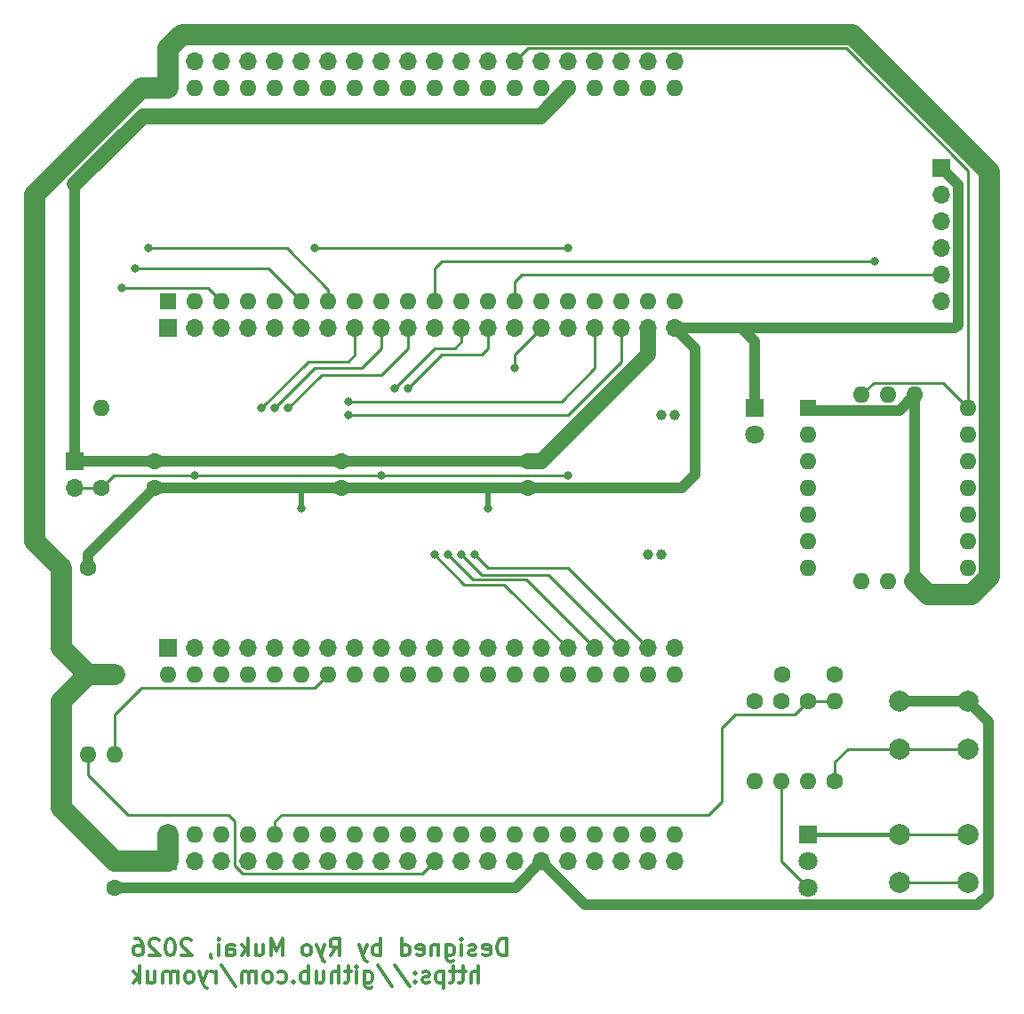
<source format=gbr>
%TF.GenerationSoftware,KiCad,Pcbnew,9.0.6*%
%TF.CreationDate,2026-01-12T10:04:11+09:00*%
%TF.ProjectId,TangNano6100MEM,54616e67-4e61-46e6-9f36-3130304d454d,rev?*%
%TF.SameCoordinates,Original*%
%TF.FileFunction,Copper,L2,Bot*%
%TF.FilePolarity,Positive*%
%FSLAX46Y46*%
G04 Gerber Fmt 4.6, Leading zero omitted, Abs format (unit mm)*
G04 Created by KiCad (PCBNEW 9.0.6) date 2026-01-12 10:04:11*
%MOMM*%
%LPD*%
G01*
G04 APERTURE LIST*
%ADD10C,0.300000*%
%TA.AperFunction,NonConductor*%
%ADD11C,0.300000*%
%TD*%
%TA.AperFunction,ComponentPad*%
%ADD12C,1.600000*%
%TD*%
%TA.AperFunction,ComponentPad*%
%ADD13O,1.600000X1.600000*%
%TD*%
%TA.AperFunction,ComponentPad*%
%ADD14R,1.800000X1.800000*%
%TD*%
%TA.AperFunction,ComponentPad*%
%ADD15C,1.800000*%
%TD*%
%TA.AperFunction,ComponentPad*%
%ADD16R,1.700000X1.700000*%
%TD*%
%TA.AperFunction,ComponentPad*%
%ADD17O,1.700000X1.700000*%
%TD*%
%TA.AperFunction,ComponentPad*%
%ADD18R,1.600000X1.600000*%
%TD*%
%TA.AperFunction,ComponentPad*%
%ADD19C,2.000000*%
%TD*%
%TA.AperFunction,ComponentPad*%
%ADD20C,1.000000*%
%TD*%
%TA.AperFunction,ViaPad*%
%ADD21C,0.800000*%
%TD*%
%TA.AperFunction,Conductor*%
%ADD22C,1.000000*%
%TD*%
%TA.AperFunction,Conductor*%
%ADD23C,0.500000*%
%TD*%
%TA.AperFunction,Conductor*%
%ADD24C,2.000000*%
%TD*%
%TA.AperFunction,Conductor*%
%ADD25C,0.250000*%
%TD*%
%TA.AperFunction,Conductor*%
%ADD26C,1.500000*%
%TD*%
%TA.AperFunction,Conductor*%
%ADD27C,0.400000*%
%TD*%
G04 APERTURE END LIST*
D10*
D11*
X47436896Y-90241635D02*
X47436896Y-88641635D01*
X47436896Y-88641635D02*
X47055944Y-88641635D01*
X47055944Y-88641635D02*
X46827372Y-88717825D01*
X46827372Y-88717825D02*
X46674991Y-88870206D01*
X46674991Y-88870206D02*
X46598801Y-89022587D01*
X46598801Y-89022587D02*
X46522610Y-89327349D01*
X46522610Y-89327349D02*
X46522610Y-89555921D01*
X46522610Y-89555921D02*
X46598801Y-89860683D01*
X46598801Y-89860683D02*
X46674991Y-90013064D01*
X46674991Y-90013064D02*
X46827372Y-90165445D01*
X46827372Y-90165445D02*
X47055944Y-90241635D01*
X47055944Y-90241635D02*
X47436896Y-90241635D01*
X45227372Y-90165445D02*
X45379753Y-90241635D01*
X45379753Y-90241635D02*
X45684515Y-90241635D01*
X45684515Y-90241635D02*
X45836896Y-90165445D01*
X45836896Y-90165445D02*
X45913087Y-90013064D01*
X45913087Y-90013064D02*
X45913087Y-89403540D01*
X45913087Y-89403540D02*
X45836896Y-89251159D01*
X45836896Y-89251159D02*
X45684515Y-89174968D01*
X45684515Y-89174968D02*
X45379753Y-89174968D01*
X45379753Y-89174968D02*
X45227372Y-89251159D01*
X45227372Y-89251159D02*
X45151182Y-89403540D01*
X45151182Y-89403540D02*
X45151182Y-89555921D01*
X45151182Y-89555921D02*
X45913087Y-89708302D01*
X44541658Y-90165445D02*
X44389277Y-90241635D01*
X44389277Y-90241635D02*
X44084515Y-90241635D01*
X44084515Y-90241635D02*
X43932134Y-90165445D01*
X43932134Y-90165445D02*
X43855943Y-90013064D01*
X43855943Y-90013064D02*
X43855943Y-89936873D01*
X43855943Y-89936873D02*
X43932134Y-89784492D01*
X43932134Y-89784492D02*
X44084515Y-89708302D01*
X44084515Y-89708302D02*
X44313086Y-89708302D01*
X44313086Y-89708302D02*
X44465467Y-89632111D01*
X44465467Y-89632111D02*
X44541658Y-89479730D01*
X44541658Y-89479730D02*
X44541658Y-89403540D01*
X44541658Y-89403540D02*
X44465467Y-89251159D01*
X44465467Y-89251159D02*
X44313086Y-89174968D01*
X44313086Y-89174968D02*
X44084515Y-89174968D01*
X44084515Y-89174968D02*
X43932134Y-89251159D01*
X43170229Y-90241635D02*
X43170229Y-89174968D01*
X43170229Y-88641635D02*
X43246420Y-88717825D01*
X43246420Y-88717825D02*
X43170229Y-88794016D01*
X43170229Y-88794016D02*
X43094039Y-88717825D01*
X43094039Y-88717825D02*
X43170229Y-88641635D01*
X43170229Y-88641635D02*
X43170229Y-88794016D01*
X41722610Y-89174968D02*
X41722610Y-90470206D01*
X41722610Y-90470206D02*
X41798800Y-90622587D01*
X41798800Y-90622587D02*
X41874991Y-90698778D01*
X41874991Y-90698778D02*
X42027372Y-90774968D01*
X42027372Y-90774968D02*
X42255943Y-90774968D01*
X42255943Y-90774968D02*
X42408324Y-90698778D01*
X41722610Y-90165445D02*
X41874991Y-90241635D01*
X41874991Y-90241635D02*
X42179753Y-90241635D01*
X42179753Y-90241635D02*
X42332134Y-90165445D01*
X42332134Y-90165445D02*
X42408324Y-90089254D01*
X42408324Y-90089254D02*
X42484515Y-89936873D01*
X42484515Y-89936873D02*
X42484515Y-89479730D01*
X42484515Y-89479730D02*
X42408324Y-89327349D01*
X42408324Y-89327349D02*
X42332134Y-89251159D01*
X42332134Y-89251159D02*
X42179753Y-89174968D01*
X42179753Y-89174968D02*
X41874991Y-89174968D01*
X41874991Y-89174968D02*
X41722610Y-89251159D01*
X40960705Y-89174968D02*
X40960705Y-90241635D01*
X40960705Y-89327349D02*
X40884515Y-89251159D01*
X40884515Y-89251159D02*
X40732134Y-89174968D01*
X40732134Y-89174968D02*
X40503562Y-89174968D01*
X40503562Y-89174968D02*
X40351181Y-89251159D01*
X40351181Y-89251159D02*
X40274991Y-89403540D01*
X40274991Y-89403540D02*
X40274991Y-90241635D01*
X38903562Y-90165445D02*
X39055943Y-90241635D01*
X39055943Y-90241635D02*
X39360705Y-90241635D01*
X39360705Y-90241635D02*
X39513086Y-90165445D01*
X39513086Y-90165445D02*
X39589277Y-90013064D01*
X39589277Y-90013064D02*
X39589277Y-89403540D01*
X39589277Y-89403540D02*
X39513086Y-89251159D01*
X39513086Y-89251159D02*
X39360705Y-89174968D01*
X39360705Y-89174968D02*
X39055943Y-89174968D01*
X39055943Y-89174968D02*
X38903562Y-89251159D01*
X38903562Y-89251159D02*
X38827372Y-89403540D01*
X38827372Y-89403540D02*
X38827372Y-89555921D01*
X38827372Y-89555921D02*
X39589277Y-89708302D01*
X37455943Y-90241635D02*
X37455943Y-88641635D01*
X37455943Y-90165445D02*
X37608324Y-90241635D01*
X37608324Y-90241635D02*
X37913086Y-90241635D01*
X37913086Y-90241635D02*
X38065467Y-90165445D01*
X38065467Y-90165445D02*
X38141657Y-90089254D01*
X38141657Y-90089254D02*
X38217848Y-89936873D01*
X38217848Y-89936873D02*
X38217848Y-89479730D01*
X38217848Y-89479730D02*
X38141657Y-89327349D01*
X38141657Y-89327349D02*
X38065467Y-89251159D01*
X38065467Y-89251159D02*
X37913086Y-89174968D01*
X37913086Y-89174968D02*
X37608324Y-89174968D01*
X37608324Y-89174968D02*
X37455943Y-89251159D01*
X35474990Y-90241635D02*
X35474990Y-88641635D01*
X35474990Y-89251159D02*
X35322609Y-89174968D01*
X35322609Y-89174968D02*
X35017847Y-89174968D01*
X35017847Y-89174968D02*
X34865466Y-89251159D01*
X34865466Y-89251159D02*
X34789276Y-89327349D01*
X34789276Y-89327349D02*
X34713085Y-89479730D01*
X34713085Y-89479730D02*
X34713085Y-89936873D01*
X34713085Y-89936873D02*
X34789276Y-90089254D01*
X34789276Y-90089254D02*
X34865466Y-90165445D01*
X34865466Y-90165445D02*
X35017847Y-90241635D01*
X35017847Y-90241635D02*
X35322609Y-90241635D01*
X35322609Y-90241635D02*
X35474990Y-90165445D01*
X34179752Y-89174968D02*
X33798800Y-90241635D01*
X33417847Y-89174968D02*
X33798800Y-90241635D01*
X33798800Y-90241635D02*
X33951181Y-90622587D01*
X33951181Y-90622587D02*
X34027371Y-90698778D01*
X34027371Y-90698778D02*
X34179752Y-90774968D01*
X30674989Y-90241635D02*
X31208323Y-89479730D01*
X31589275Y-90241635D02*
X31589275Y-88641635D01*
X31589275Y-88641635D02*
X30979751Y-88641635D01*
X30979751Y-88641635D02*
X30827370Y-88717825D01*
X30827370Y-88717825D02*
X30751180Y-88794016D01*
X30751180Y-88794016D02*
X30674989Y-88946397D01*
X30674989Y-88946397D02*
X30674989Y-89174968D01*
X30674989Y-89174968D02*
X30751180Y-89327349D01*
X30751180Y-89327349D02*
X30827370Y-89403540D01*
X30827370Y-89403540D02*
X30979751Y-89479730D01*
X30979751Y-89479730D02*
X31589275Y-89479730D01*
X30141656Y-89174968D02*
X29760704Y-90241635D01*
X29379751Y-89174968D02*
X29760704Y-90241635D01*
X29760704Y-90241635D02*
X29913085Y-90622587D01*
X29913085Y-90622587D02*
X29989275Y-90698778D01*
X29989275Y-90698778D02*
X30141656Y-90774968D01*
X28541656Y-90241635D02*
X28694037Y-90165445D01*
X28694037Y-90165445D02*
X28770227Y-90089254D01*
X28770227Y-90089254D02*
X28846418Y-89936873D01*
X28846418Y-89936873D02*
X28846418Y-89479730D01*
X28846418Y-89479730D02*
X28770227Y-89327349D01*
X28770227Y-89327349D02*
X28694037Y-89251159D01*
X28694037Y-89251159D02*
X28541656Y-89174968D01*
X28541656Y-89174968D02*
X28313084Y-89174968D01*
X28313084Y-89174968D02*
X28160703Y-89251159D01*
X28160703Y-89251159D02*
X28084513Y-89327349D01*
X28084513Y-89327349D02*
X28008322Y-89479730D01*
X28008322Y-89479730D02*
X28008322Y-89936873D01*
X28008322Y-89936873D02*
X28084513Y-90089254D01*
X28084513Y-90089254D02*
X28160703Y-90165445D01*
X28160703Y-90165445D02*
X28313084Y-90241635D01*
X28313084Y-90241635D02*
X28541656Y-90241635D01*
X26103560Y-90241635D02*
X26103560Y-88641635D01*
X26103560Y-88641635D02*
X25570227Y-89784492D01*
X25570227Y-89784492D02*
X25036893Y-88641635D01*
X25036893Y-88641635D02*
X25036893Y-90241635D01*
X23589275Y-89174968D02*
X23589275Y-90241635D01*
X24274989Y-89174968D02*
X24274989Y-90013064D01*
X24274989Y-90013064D02*
X24198799Y-90165445D01*
X24198799Y-90165445D02*
X24046418Y-90241635D01*
X24046418Y-90241635D02*
X23817846Y-90241635D01*
X23817846Y-90241635D02*
X23665465Y-90165445D01*
X23665465Y-90165445D02*
X23589275Y-90089254D01*
X22827370Y-90241635D02*
X22827370Y-88641635D01*
X22674989Y-89632111D02*
X22217846Y-90241635D01*
X22217846Y-89174968D02*
X22827370Y-89784492D01*
X20846418Y-90241635D02*
X20846418Y-89403540D01*
X20846418Y-89403540D02*
X20922608Y-89251159D01*
X20922608Y-89251159D02*
X21074989Y-89174968D01*
X21074989Y-89174968D02*
X21379751Y-89174968D01*
X21379751Y-89174968D02*
X21532132Y-89251159D01*
X20846418Y-90165445D02*
X20998799Y-90241635D01*
X20998799Y-90241635D02*
X21379751Y-90241635D01*
X21379751Y-90241635D02*
X21532132Y-90165445D01*
X21532132Y-90165445D02*
X21608323Y-90013064D01*
X21608323Y-90013064D02*
X21608323Y-89860683D01*
X21608323Y-89860683D02*
X21532132Y-89708302D01*
X21532132Y-89708302D02*
X21379751Y-89632111D01*
X21379751Y-89632111D02*
X20998799Y-89632111D01*
X20998799Y-89632111D02*
X20846418Y-89555921D01*
X20084513Y-90241635D02*
X20084513Y-89174968D01*
X20084513Y-88641635D02*
X20160704Y-88717825D01*
X20160704Y-88717825D02*
X20084513Y-88794016D01*
X20084513Y-88794016D02*
X20008323Y-88717825D01*
X20008323Y-88717825D02*
X20084513Y-88641635D01*
X20084513Y-88641635D02*
X20084513Y-88794016D01*
X19246418Y-90165445D02*
X19246418Y-90241635D01*
X19246418Y-90241635D02*
X19322608Y-90394016D01*
X19322608Y-90394016D02*
X19398799Y-90470206D01*
X17417846Y-88794016D02*
X17341655Y-88717825D01*
X17341655Y-88717825D02*
X17189274Y-88641635D01*
X17189274Y-88641635D02*
X16808322Y-88641635D01*
X16808322Y-88641635D02*
X16655941Y-88717825D01*
X16655941Y-88717825D02*
X16579750Y-88794016D01*
X16579750Y-88794016D02*
X16503560Y-88946397D01*
X16503560Y-88946397D02*
X16503560Y-89098778D01*
X16503560Y-89098778D02*
X16579750Y-89327349D01*
X16579750Y-89327349D02*
X17494036Y-90241635D01*
X17494036Y-90241635D02*
X16503560Y-90241635D01*
X15513083Y-88641635D02*
X15360702Y-88641635D01*
X15360702Y-88641635D02*
X15208321Y-88717825D01*
X15208321Y-88717825D02*
X15132131Y-88794016D01*
X15132131Y-88794016D02*
X15055940Y-88946397D01*
X15055940Y-88946397D02*
X14979750Y-89251159D01*
X14979750Y-89251159D02*
X14979750Y-89632111D01*
X14979750Y-89632111D02*
X15055940Y-89936873D01*
X15055940Y-89936873D02*
X15132131Y-90089254D01*
X15132131Y-90089254D02*
X15208321Y-90165445D01*
X15208321Y-90165445D02*
X15360702Y-90241635D01*
X15360702Y-90241635D02*
X15513083Y-90241635D01*
X15513083Y-90241635D02*
X15665464Y-90165445D01*
X15665464Y-90165445D02*
X15741655Y-90089254D01*
X15741655Y-90089254D02*
X15817845Y-89936873D01*
X15817845Y-89936873D02*
X15894036Y-89632111D01*
X15894036Y-89632111D02*
X15894036Y-89251159D01*
X15894036Y-89251159D02*
X15817845Y-88946397D01*
X15817845Y-88946397D02*
X15741655Y-88794016D01*
X15741655Y-88794016D02*
X15665464Y-88717825D01*
X15665464Y-88717825D02*
X15513083Y-88641635D01*
X14370226Y-88794016D02*
X14294035Y-88717825D01*
X14294035Y-88717825D02*
X14141654Y-88641635D01*
X14141654Y-88641635D02*
X13760702Y-88641635D01*
X13760702Y-88641635D02*
X13608321Y-88717825D01*
X13608321Y-88717825D02*
X13532130Y-88794016D01*
X13532130Y-88794016D02*
X13455940Y-88946397D01*
X13455940Y-88946397D02*
X13455940Y-89098778D01*
X13455940Y-89098778D02*
X13532130Y-89327349D01*
X13532130Y-89327349D02*
X14446416Y-90241635D01*
X14446416Y-90241635D02*
X13455940Y-90241635D01*
X12084511Y-88641635D02*
X12389273Y-88641635D01*
X12389273Y-88641635D02*
X12541654Y-88717825D01*
X12541654Y-88717825D02*
X12617844Y-88794016D01*
X12617844Y-88794016D02*
X12770225Y-89022587D01*
X12770225Y-89022587D02*
X12846416Y-89327349D01*
X12846416Y-89327349D02*
X12846416Y-89936873D01*
X12846416Y-89936873D02*
X12770225Y-90089254D01*
X12770225Y-90089254D02*
X12694035Y-90165445D01*
X12694035Y-90165445D02*
X12541654Y-90241635D01*
X12541654Y-90241635D02*
X12236892Y-90241635D01*
X12236892Y-90241635D02*
X12084511Y-90165445D01*
X12084511Y-90165445D02*
X12008320Y-90089254D01*
X12008320Y-90089254D02*
X11932130Y-89936873D01*
X11932130Y-89936873D02*
X11932130Y-89555921D01*
X11932130Y-89555921D02*
X12008320Y-89403540D01*
X12008320Y-89403540D02*
X12084511Y-89327349D01*
X12084511Y-89327349D02*
X12236892Y-89251159D01*
X12236892Y-89251159D02*
X12541654Y-89251159D01*
X12541654Y-89251159D02*
X12694035Y-89327349D01*
X12694035Y-89327349D02*
X12770225Y-89403540D01*
X12770225Y-89403540D02*
X12846416Y-89555921D01*
X44770224Y-92817545D02*
X44770224Y-91217545D01*
X44084510Y-92817545D02*
X44084510Y-91979450D01*
X44084510Y-91979450D02*
X44160700Y-91827069D01*
X44160700Y-91827069D02*
X44313081Y-91750878D01*
X44313081Y-91750878D02*
X44541653Y-91750878D01*
X44541653Y-91750878D02*
X44694034Y-91827069D01*
X44694034Y-91827069D02*
X44770224Y-91903259D01*
X43551177Y-91750878D02*
X42941653Y-91750878D01*
X43322605Y-91217545D02*
X43322605Y-92588974D01*
X43322605Y-92588974D02*
X43246415Y-92741355D01*
X43246415Y-92741355D02*
X43094034Y-92817545D01*
X43094034Y-92817545D02*
X42941653Y-92817545D01*
X42636891Y-91750878D02*
X42027367Y-91750878D01*
X42408319Y-91217545D02*
X42408319Y-92588974D01*
X42408319Y-92588974D02*
X42332129Y-92741355D01*
X42332129Y-92741355D02*
X42179748Y-92817545D01*
X42179748Y-92817545D02*
X42027367Y-92817545D01*
X41494033Y-91750878D02*
X41494033Y-93350878D01*
X41494033Y-91827069D02*
X41341652Y-91750878D01*
X41341652Y-91750878D02*
X41036890Y-91750878D01*
X41036890Y-91750878D02*
X40884509Y-91827069D01*
X40884509Y-91827069D02*
X40808319Y-91903259D01*
X40808319Y-91903259D02*
X40732128Y-92055640D01*
X40732128Y-92055640D02*
X40732128Y-92512783D01*
X40732128Y-92512783D02*
X40808319Y-92665164D01*
X40808319Y-92665164D02*
X40884509Y-92741355D01*
X40884509Y-92741355D02*
X41036890Y-92817545D01*
X41036890Y-92817545D02*
X41341652Y-92817545D01*
X41341652Y-92817545D02*
X41494033Y-92741355D01*
X40122605Y-92741355D02*
X39970224Y-92817545D01*
X39970224Y-92817545D02*
X39665462Y-92817545D01*
X39665462Y-92817545D02*
X39513081Y-92741355D01*
X39513081Y-92741355D02*
X39436890Y-92588974D01*
X39436890Y-92588974D02*
X39436890Y-92512783D01*
X39436890Y-92512783D02*
X39513081Y-92360402D01*
X39513081Y-92360402D02*
X39665462Y-92284212D01*
X39665462Y-92284212D02*
X39894033Y-92284212D01*
X39894033Y-92284212D02*
X40046414Y-92208021D01*
X40046414Y-92208021D02*
X40122605Y-92055640D01*
X40122605Y-92055640D02*
X40122605Y-91979450D01*
X40122605Y-91979450D02*
X40046414Y-91827069D01*
X40046414Y-91827069D02*
X39894033Y-91750878D01*
X39894033Y-91750878D02*
X39665462Y-91750878D01*
X39665462Y-91750878D02*
X39513081Y-91827069D01*
X38751176Y-92665164D02*
X38674986Y-92741355D01*
X38674986Y-92741355D02*
X38751176Y-92817545D01*
X38751176Y-92817545D02*
X38827367Y-92741355D01*
X38827367Y-92741355D02*
X38751176Y-92665164D01*
X38751176Y-92665164D02*
X38751176Y-92817545D01*
X38751176Y-91827069D02*
X38674986Y-91903259D01*
X38674986Y-91903259D02*
X38751176Y-91979450D01*
X38751176Y-91979450D02*
X38827367Y-91903259D01*
X38827367Y-91903259D02*
X38751176Y-91827069D01*
X38751176Y-91827069D02*
X38751176Y-91979450D01*
X36846414Y-91141355D02*
X38217843Y-93198497D01*
X35170224Y-91141355D02*
X36541653Y-93198497D01*
X33951177Y-91750878D02*
X33951177Y-93046116D01*
X33951177Y-93046116D02*
X34027367Y-93198497D01*
X34027367Y-93198497D02*
X34103558Y-93274688D01*
X34103558Y-93274688D02*
X34255939Y-93350878D01*
X34255939Y-93350878D02*
X34484510Y-93350878D01*
X34484510Y-93350878D02*
X34636891Y-93274688D01*
X33951177Y-92741355D02*
X34103558Y-92817545D01*
X34103558Y-92817545D02*
X34408320Y-92817545D01*
X34408320Y-92817545D02*
X34560701Y-92741355D01*
X34560701Y-92741355D02*
X34636891Y-92665164D01*
X34636891Y-92665164D02*
X34713082Y-92512783D01*
X34713082Y-92512783D02*
X34713082Y-92055640D01*
X34713082Y-92055640D02*
X34636891Y-91903259D01*
X34636891Y-91903259D02*
X34560701Y-91827069D01*
X34560701Y-91827069D02*
X34408320Y-91750878D01*
X34408320Y-91750878D02*
X34103558Y-91750878D01*
X34103558Y-91750878D02*
X33951177Y-91827069D01*
X33189272Y-92817545D02*
X33189272Y-91750878D01*
X33189272Y-91217545D02*
X33265463Y-91293735D01*
X33265463Y-91293735D02*
X33189272Y-91369926D01*
X33189272Y-91369926D02*
X33113082Y-91293735D01*
X33113082Y-91293735D02*
X33189272Y-91217545D01*
X33189272Y-91217545D02*
X33189272Y-91369926D01*
X32655939Y-91750878D02*
X32046415Y-91750878D01*
X32427367Y-91217545D02*
X32427367Y-92588974D01*
X32427367Y-92588974D02*
X32351177Y-92741355D01*
X32351177Y-92741355D02*
X32198796Y-92817545D01*
X32198796Y-92817545D02*
X32046415Y-92817545D01*
X31513081Y-92817545D02*
X31513081Y-91217545D01*
X30827367Y-92817545D02*
X30827367Y-91979450D01*
X30827367Y-91979450D02*
X30903557Y-91827069D01*
X30903557Y-91827069D02*
X31055938Y-91750878D01*
X31055938Y-91750878D02*
X31284510Y-91750878D01*
X31284510Y-91750878D02*
X31436891Y-91827069D01*
X31436891Y-91827069D02*
X31513081Y-91903259D01*
X29379748Y-91750878D02*
X29379748Y-92817545D01*
X30065462Y-91750878D02*
X30065462Y-92588974D01*
X30065462Y-92588974D02*
X29989272Y-92741355D01*
X29989272Y-92741355D02*
X29836891Y-92817545D01*
X29836891Y-92817545D02*
X29608319Y-92817545D01*
X29608319Y-92817545D02*
X29455938Y-92741355D01*
X29455938Y-92741355D02*
X29379748Y-92665164D01*
X28617843Y-92817545D02*
X28617843Y-91217545D01*
X28617843Y-91827069D02*
X28465462Y-91750878D01*
X28465462Y-91750878D02*
X28160700Y-91750878D01*
X28160700Y-91750878D02*
X28008319Y-91827069D01*
X28008319Y-91827069D02*
X27932129Y-91903259D01*
X27932129Y-91903259D02*
X27855938Y-92055640D01*
X27855938Y-92055640D02*
X27855938Y-92512783D01*
X27855938Y-92512783D02*
X27932129Y-92665164D01*
X27932129Y-92665164D02*
X28008319Y-92741355D01*
X28008319Y-92741355D02*
X28160700Y-92817545D01*
X28160700Y-92817545D02*
X28465462Y-92817545D01*
X28465462Y-92817545D02*
X28617843Y-92741355D01*
X27170224Y-92665164D02*
X27094034Y-92741355D01*
X27094034Y-92741355D02*
X27170224Y-92817545D01*
X27170224Y-92817545D02*
X27246415Y-92741355D01*
X27246415Y-92741355D02*
X27170224Y-92665164D01*
X27170224Y-92665164D02*
X27170224Y-92817545D01*
X25722605Y-92741355D02*
X25874986Y-92817545D01*
X25874986Y-92817545D02*
X26179748Y-92817545D01*
X26179748Y-92817545D02*
X26332129Y-92741355D01*
X26332129Y-92741355D02*
X26408319Y-92665164D01*
X26408319Y-92665164D02*
X26484510Y-92512783D01*
X26484510Y-92512783D02*
X26484510Y-92055640D01*
X26484510Y-92055640D02*
X26408319Y-91903259D01*
X26408319Y-91903259D02*
X26332129Y-91827069D01*
X26332129Y-91827069D02*
X26179748Y-91750878D01*
X26179748Y-91750878D02*
X25874986Y-91750878D01*
X25874986Y-91750878D02*
X25722605Y-91827069D01*
X24808319Y-92817545D02*
X24960700Y-92741355D01*
X24960700Y-92741355D02*
X25036890Y-92665164D01*
X25036890Y-92665164D02*
X25113081Y-92512783D01*
X25113081Y-92512783D02*
X25113081Y-92055640D01*
X25113081Y-92055640D02*
X25036890Y-91903259D01*
X25036890Y-91903259D02*
X24960700Y-91827069D01*
X24960700Y-91827069D02*
X24808319Y-91750878D01*
X24808319Y-91750878D02*
X24579747Y-91750878D01*
X24579747Y-91750878D02*
X24427366Y-91827069D01*
X24427366Y-91827069D02*
X24351176Y-91903259D01*
X24351176Y-91903259D02*
X24274985Y-92055640D01*
X24274985Y-92055640D02*
X24274985Y-92512783D01*
X24274985Y-92512783D02*
X24351176Y-92665164D01*
X24351176Y-92665164D02*
X24427366Y-92741355D01*
X24427366Y-92741355D02*
X24579747Y-92817545D01*
X24579747Y-92817545D02*
X24808319Y-92817545D01*
X23589271Y-92817545D02*
X23589271Y-91750878D01*
X23589271Y-91903259D02*
X23513081Y-91827069D01*
X23513081Y-91827069D02*
X23360700Y-91750878D01*
X23360700Y-91750878D02*
X23132128Y-91750878D01*
X23132128Y-91750878D02*
X22979747Y-91827069D01*
X22979747Y-91827069D02*
X22903557Y-91979450D01*
X22903557Y-91979450D02*
X22903557Y-92817545D01*
X22903557Y-91979450D02*
X22827366Y-91827069D01*
X22827366Y-91827069D02*
X22674985Y-91750878D01*
X22674985Y-91750878D02*
X22446414Y-91750878D01*
X22446414Y-91750878D02*
X22294033Y-91827069D01*
X22294033Y-91827069D02*
X22217843Y-91979450D01*
X22217843Y-91979450D02*
X22217843Y-92817545D01*
X20313081Y-91141355D02*
X21684510Y-93198497D01*
X19779748Y-92817545D02*
X19779748Y-91750878D01*
X19779748Y-92055640D02*
X19703558Y-91903259D01*
X19703558Y-91903259D02*
X19627367Y-91827069D01*
X19627367Y-91827069D02*
X19474986Y-91750878D01*
X19474986Y-91750878D02*
X19322605Y-91750878D01*
X18941653Y-91750878D02*
X18560701Y-92817545D01*
X18179748Y-91750878D02*
X18560701Y-92817545D01*
X18560701Y-92817545D02*
X18713082Y-93198497D01*
X18713082Y-93198497D02*
X18789272Y-93274688D01*
X18789272Y-93274688D02*
X18941653Y-93350878D01*
X17341653Y-92817545D02*
X17494034Y-92741355D01*
X17494034Y-92741355D02*
X17570224Y-92665164D01*
X17570224Y-92665164D02*
X17646415Y-92512783D01*
X17646415Y-92512783D02*
X17646415Y-92055640D01*
X17646415Y-92055640D02*
X17570224Y-91903259D01*
X17570224Y-91903259D02*
X17494034Y-91827069D01*
X17494034Y-91827069D02*
X17341653Y-91750878D01*
X17341653Y-91750878D02*
X17113081Y-91750878D01*
X17113081Y-91750878D02*
X16960700Y-91827069D01*
X16960700Y-91827069D02*
X16884510Y-91903259D01*
X16884510Y-91903259D02*
X16808319Y-92055640D01*
X16808319Y-92055640D02*
X16808319Y-92512783D01*
X16808319Y-92512783D02*
X16884510Y-92665164D01*
X16884510Y-92665164D02*
X16960700Y-92741355D01*
X16960700Y-92741355D02*
X17113081Y-92817545D01*
X17113081Y-92817545D02*
X17341653Y-92817545D01*
X16122605Y-92817545D02*
X16122605Y-91750878D01*
X16122605Y-91903259D02*
X16046415Y-91827069D01*
X16046415Y-91827069D02*
X15894034Y-91750878D01*
X15894034Y-91750878D02*
X15665462Y-91750878D01*
X15665462Y-91750878D02*
X15513081Y-91827069D01*
X15513081Y-91827069D02*
X15436891Y-91979450D01*
X15436891Y-91979450D02*
X15436891Y-92817545D01*
X15436891Y-91979450D02*
X15360700Y-91827069D01*
X15360700Y-91827069D02*
X15208319Y-91750878D01*
X15208319Y-91750878D02*
X14979748Y-91750878D01*
X14979748Y-91750878D02*
X14827367Y-91827069D01*
X14827367Y-91827069D02*
X14751177Y-91979450D01*
X14751177Y-91979450D02*
X14751177Y-92817545D01*
X13303558Y-91750878D02*
X13303558Y-92817545D01*
X13989272Y-91750878D02*
X13989272Y-92588974D01*
X13989272Y-92588974D02*
X13913082Y-92741355D01*
X13913082Y-92741355D02*
X13760701Y-92817545D01*
X13760701Y-92817545D02*
X13532129Y-92817545D01*
X13532129Y-92817545D02*
X13379748Y-92741355D01*
X13379748Y-92741355D02*
X13303558Y-92665164D01*
X12541653Y-92817545D02*
X12541653Y-91217545D01*
X12389272Y-92208021D02*
X11932129Y-92817545D01*
X11932129Y-91750878D02*
X12541653Y-92360402D01*
D12*
%TO.P,R2,1*%
%TO.N,VCC*%
X10160000Y-63500000D03*
D13*
%TO.P,R2,2*%
%TO.N,C2_n*%
X10160000Y-71120000D03*
%TD*%
D14*
%TO.P,SW1,1,A*%
%TO.N,+3V3*%
X76200000Y-78740000D03*
D15*
%TO.P,SW1,2,B*%
%TO.N,HALT_SW*%
X76200000Y-81280000D03*
%TO.P,SW1,3,C*%
%TO.N,Net-(SW1-C)*%
X76200000Y-83820000D03*
%TD*%
D12*
%TO.P,R7,1*%
%TO.N,OE_n*%
X8890000Y-45720000D03*
D13*
%TO.P,R7,2*%
%TO.N,GND*%
X8890000Y-38100000D03*
%TD*%
D12*
%TO.P,C6,1*%
%TO.N,+3V3*%
X49530000Y-43180000D03*
%TO.P,C6,2*%
%TO.N,GND*%
X49530000Y-45680000D03*
%TD*%
%TO.P,R6,1*%
%TO.N,Net-(R6-Pad1)*%
X78740000Y-73660000D03*
D13*
%TO.P,R6,2*%
%TO.N,CPREQ_n*%
X78740000Y-66040000D03*
%TD*%
D12*
%TO.P,R1,1*%
%TO.N,VCC*%
X7620000Y-63500000D03*
D13*
%TO.P,R1,2*%
%TO.N,WAIT_n*%
X7620000Y-71120000D03*
%TD*%
D12*
%TO.P,C1,1*%
%TO.N,CPREQ_n*%
X78740000Y-63500000D03*
%TO.P,C1,2*%
%TO.N,GND*%
X73740000Y-63500000D03*
%TD*%
%TO.P,C4,1*%
%TO.N,+3V3*%
X13970000Y-43180000D03*
%TO.P,C4,2*%
%TO.N,GND*%
X13970000Y-45680000D03*
%TD*%
%TO.P,R3,1*%
%TO.N,Net-(LED1-A)*%
X71120000Y-66040000D03*
D13*
%TO.P,R3,2*%
%TO.N,RUN*%
X71120000Y-73660000D03*
%TD*%
D14*
%TO.P,LED1,1,K*%
%TO.N,GND*%
X71120000Y-38100000D03*
D15*
%TO.P,LED1,2,A*%
%TO.N,Net-(LED1-A)*%
X71120000Y-40640000D03*
%TD*%
D12*
%TO.P,R4,1*%
%TO.N,GND*%
X73660000Y-66040000D03*
D13*
%TO.P,R4,2*%
%TO.N,Net-(SW1-C)*%
X73660000Y-73660000D03*
%TD*%
D16*
%TO.P,J4,1,Pin_1*%
%TO.N,VCC*%
X15240000Y-81280000D03*
D17*
%TO.P,J4,2,Pin_2*%
%TO.N,RUN*%
X17780000Y-81280000D03*
%TO.P,J4,3,Pin_3*%
%TO.N,DMAGNT*%
X20320000Y-81280000D03*
%TO.P,J4,4,Pin_4*%
%TO.N,DMAREQ_n*%
X22860000Y-81280000D03*
%TO.P,J4,5,Pin_5*%
%TO.N,CPREQ_n*%
X25400000Y-81280000D03*
%TO.P,J4,6,Pin_6*%
%TO.N,RUN_HLT_n*%
X27940000Y-81280000D03*
%TO.P,J4,7,Pin_7*%
%TO.N,RESET_n*%
X30480000Y-81280000D03*
%TO.P,J4,8,Pin_8*%
%TO.N,INTREQ_n*%
X33020000Y-81280000D03*
%TO.P,J4,9,Pin_9*%
%TO.N,XTA*%
X35560000Y-81280000D03*
%TO.P,J4,10,Pin_10*%
%TO.N,LXMAR*%
X38100000Y-81280000D03*
%TO.P,J4,11,Pin_11*%
%TO.N,WAIT_n*%
X40640000Y-81280000D03*
%TO.P,J4,12,Pin_12*%
%TO.N,XTB*%
X43180000Y-81280000D03*
%TO.P,J4,13,Pin_13*%
%TO.N,XTC*%
X45720000Y-81280000D03*
%TO.P,J4,14,Pin_14*%
%TO.N,CLK*%
X48260000Y-81280000D03*
%TO.P,J4,15,Pin_15*%
%TO.N,GND*%
X50800000Y-81280000D03*
%TO.P,J4,16,Pin_16*%
%TO.N,DX0*%
X53340000Y-81280000D03*
%TO.P,J4,17,Pin_17*%
%TO.N,DX1*%
X55880000Y-81280000D03*
%TO.P,J4,18,Pin_18*%
%TO.N,DX2*%
X58420000Y-81280000D03*
%TO.P,J4,19,Pin_19*%
%TO.N,DX3*%
X60960000Y-81280000D03*
%TO.P,J4,20,Pin_20*%
%TO.N,DX4*%
X63500000Y-81280000D03*
%TD*%
D18*
%TO.P,J1,1,Pin_1*%
%TO.N,INTGNT_L*%
X15240000Y-27940000D03*
D13*
%TO.P,J1,2,Pin_2*%
%TO.N,CPSEL_n_L*%
X17780000Y-27940000D03*
%TO.P,J1,3,Pin_3*%
%TO.N,CONT_SW*%
X20320000Y-27940000D03*
%TO.P,J1,4,Pin_4*%
%TO.N,SWSEL_n_L*%
X22860000Y-27940000D03*
%TO.P,J1,5,Pin_5*%
%TO.N,MEMSEL_n_L*%
X25400000Y-27940000D03*
%TO.P,J1,6,Pin_6*%
%TO.N,DMAREQ_n*%
X27940000Y-27940000D03*
%TO.P,J1,7,Pin_7*%
%TO.N,RUN_HLT_n*%
X30480000Y-27940000D03*
%TO.P,J1,8,Pin_8*%
%TO.N,IFETCH_L*%
X33020000Y-27940000D03*
%TO.P,J1,9,Pin_9*%
%TO.N,XTA_L*%
X35560000Y-27940000D03*
%TO.P,J1,10,Pin_10*%
%TO.N,LXMAR_L*%
X38100000Y-27940000D03*
%TO.P,J1,11,Pin_11*%
%TO.N,HALT_SW*%
X40640000Y-27940000D03*
%TO.P,J1,12,Pin_12*%
%TO.N,XTC_L*%
X43180000Y-27940000D03*
%TO.P,J1,13,Pin_13*%
%TO.N,DEVSEL_n_L*%
X45720000Y-27940000D03*
%TO.P,J1,14,Pin_14*%
%TO.N,DBG_TX*%
X48260000Y-27940000D03*
%TO.P,J1,15,Pin_15*%
%TO.N,INTREQ_n*%
X50800000Y-27940000D03*
%TO.P,J1,16,Pin_16*%
%TO.N,SKP_n*%
X53340000Y-27940000D03*
%TO.P,J1,17,Pin_17*%
%TO.N,C1_n*%
X55880000Y-27940000D03*
%TO.P,J1,18,Pin_18*%
%TO.N,C0_n*%
X58420000Y-27940000D03*
%TO.P,J1,19,Pin_19*%
%TO.N,+3V3*%
X60960000Y-27940000D03*
%TO.P,J1,20,Pin_20*%
%TO.N,GND*%
X63500000Y-27940000D03*
%TO.P,J1,21,Pin_21*%
%TO.N,RESET_n*%
X63500000Y-7620000D03*
%TO.P,J1,22,Pin_22*%
%TO.N,CLK*%
X60960000Y-7620000D03*
%TO.P,J1,23,Pin_23*%
%TO.N,DX5_L*%
X58420000Y-7620000D03*
%TO.P,J1,24,Pin_24*%
%TO.N,DX4_L*%
X55880000Y-7620000D03*
%TO.P,J1,25,Pin_25*%
%TO.N,+3V3*%
X53340000Y-7620000D03*
%TO.P,J1,26,Pin_26*%
%TO.N,GND*%
X50800000Y-7620000D03*
%TO.P,J1,27,Pin_27*%
%TO.N,LED_RGB*%
X48260000Y-7620000D03*
%TO.P,J1,28,Pin_28*%
%TO.N,DX3_L*%
X45720000Y-7620000D03*
%TO.P,J1,29,Pin_29*%
%TO.N,DX2_L*%
X43180000Y-7620000D03*
%TO.P,J1,30,Pin_30*%
%TO.N,DX1_L*%
X40640000Y-7620000D03*
%TO.P,J1,31,Pin_31*%
%TO.N,DX0_L*%
X38100000Y-7620000D03*
%TO.P,J1,32,Pin_32*%
%TO.N,DX6_L*%
X35560000Y-7620000D03*
%TO.P,J1,33,Pin_33*%
%TO.N,DX7_L*%
X33020000Y-7620000D03*
%TO.P,J1,34,Pin_34*%
%TO.N,DX8_L*%
X30480000Y-7620000D03*
%TO.P,J1,35,Pin_35*%
%TO.N,DX9_L*%
X27940000Y-7620000D03*
%TO.P,J1,36,Pin_36*%
%TO.N,DX10_L*%
X25400000Y-7620000D03*
%TO.P,J1,37,Pin_37*%
%TO.N,DX11_L*%
X22860000Y-7620000D03*
%TO.P,J1,38,Pin_38*%
%TO.N,DATAF_L*%
X20320000Y-7620000D03*
%TO.P,J1,39,Pin_39*%
%TO.N,GND*%
X17780000Y-7620000D03*
%TO.P,J1,40,Pin_40*%
%TO.N,VCC*%
X15240000Y-7620000D03*
%TD*%
D16*
%TO.P,J6,1,Pin_1*%
%TO.N,+3V3*%
X6350000Y-43180000D03*
D17*
%TO.P,J6,2,Pin_2*%
%TO.N,OE_n*%
X6350000Y-45720000D03*
%TD*%
D16*
%TO.P,J7,1,Pin_1*%
%TO.N,GND*%
X88900000Y-15240000D03*
D17*
%TO.P,J7,2,Pin_2*%
%TO.N,unconnected-(J7-Pin_2-Pad2)*%
X88900000Y-17780000D03*
%TO.P,J7,3,Pin_3*%
%TO.N,unconnected-(J7-Pin_3-Pad3)*%
X88900000Y-20320000D03*
%TO.P,J7,4,Pin_4*%
%TO.N,unconnected-(J7-Pin_4-Pad4)*%
X88900000Y-22860000D03*
%TO.P,J7,5,Pin_5*%
%TO.N,DBG_TX*%
X88900000Y-25400000D03*
%TO.P,J7,6,Pin_6*%
%TO.N,unconnected-(J7-Pin_6-Pad6)*%
X88900000Y-27940000D03*
%TD*%
D19*
%TO.P,SW3,1,1*%
%TO.N,GND*%
X84940000Y-66040000D03*
X91440000Y-66040000D03*
%TO.P,SW3,2,2*%
%TO.N,Net-(R6-Pad1)*%
X84940000Y-70540000D03*
X91440000Y-70540000D03*
%TD*%
D16*
%TO.P,J3,1,Pin_1*%
%TO.N,VCC*%
X15240000Y-5080000D03*
D17*
%TO.P,J3,2,Pin_2*%
%TO.N,GND*%
X17780000Y-5080000D03*
%TO.P,J3,3,Pin_3*%
%TO.N,DATAF_L*%
X20320000Y-5080000D03*
%TO.P,J3,4,Pin_4*%
%TO.N,DX11_L*%
X22860000Y-5080000D03*
%TO.P,J3,5,Pin_5*%
%TO.N,DX10_L*%
X25400000Y-5080000D03*
%TO.P,J3,6,Pin_6*%
%TO.N,DX9_L*%
X27940000Y-5080000D03*
%TO.P,J3,7,Pin_7*%
%TO.N,DX8_L*%
X30480000Y-5080000D03*
%TO.P,J3,8,Pin_8*%
%TO.N,DX7_L*%
X33020000Y-5080000D03*
%TO.P,J3,9,Pin_9*%
%TO.N,DX6_L*%
X35560000Y-5080000D03*
%TO.P,J3,10,Pin_10*%
%TO.N,DX0_L*%
X38100000Y-5080000D03*
%TO.P,J3,11,Pin_11*%
%TO.N,DX1_L*%
X40640000Y-5080000D03*
%TO.P,J3,12,Pin_12*%
%TO.N,DX2_L*%
X43180000Y-5080000D03*
%TO.P,J3,13,Pin_13*%
%TO.N,DX3_L*%
X45720000Y-5080000D03*
%TO.P,J3,14,Pin_14*%
%TO.N,LED_RGB*%
X48260000Y-5080000D03*
%TO.P,J3,15,Pin_15*%
%TO.N,GND*%
X50800000Y-5080000D03*
%TO.P,J3,16,Pin_16*%
%TO.N,+3V3*%
X53340000Y-5080000D03*
%TO.P,J3,17,Pin_17*%
%TO.N,DX4_L*%
X55880000Y-5080000D03*
%TO.P,J3,18,Pin_18*%
%TO.N,DX5_L*%
X58420000Y-5080000D03*
%TO.P,J3,19,Pin_19*%
%TO.N,CLK*%
X60960000Y-5080000D03*
%TO.P,J3,20,Pin_20*%
%TO.N,RESET_n*%
X63500000Y-5080000D03*
%TD*%
D20*
%TO.P,E1,1,Pin_1*%
%TO.N,Net-(E1-Pin_1)*%
X60960000Y-52070000D03*
%TO.P,E1,2,Pin_2*%
%TO.N,Net-(E1-Pin_2)*%
X62230000Y-52070000D03*
%TD*%
D12*
%TO.P,C2,1*%
%TO.N,VCC*%
X10160000Y-81280000D03*
%TO.P,C2,2*%
%TO.N,GND*%
X10160000Y-83780000D03*
%TD*%
D18*
%TO.P,C3,1*%
%TO.N,VCC*%
X5080000Y-53340000D03*
D12*
%TO.P,C3,2*%
%TO.N,GND*%
X7580000Y-53340000D03*
%TD*%
D18*
%TO.P,U1,1,VCC*%
%TO.N,VCC*%
X15240000Y-78740000D03*
D13*
%TO.P,U1,2,RUN*%
%TO.N,RUN*%
X17780000Y-78740000D03*
%TO.P,U1,3,DMAGNT*%
%TO.N,DMAGNT*%
X20320000Y-78740000D03*
%TO.P,U1,4,~{DMAREQ}*%
%TO.N,DMAREQ_n*%
X22860000Y-78740000D03*
%TO.P,U1,5,~{CPREQ}*%
%TO.N,CPREQ_n*%
X25400000Y-78740000D03*
%TO.P,U1,6,RUN/~{HLT}*%
%TO.N,RUN_HLT_n*%
X27940000Y-78740000D03*
%TO.P,U1,7,~{RESET}*%
%TO.N,RESET_n*%
X30480000Y-78740000D03*
%TO.P,U1,8,~{INTREQ}*%
%TO.N,INTREQ_n*%
X33020000Y-78740000D03*
%TO.P,U1,9,XTA*%
%TO.N,XTA*%
X35560000Y-78740000D03*
%TO.P,U1,10,LXMAR*%
%TO.N,LXMAR*%
X38100000Y-78740000D03*
%TO.P,U1,11,~{WAIT}*%
%TO.N,WAIT_n*%
X40640000Y-78740000D03*
%TO.P,U1,12,XTB*%
%TO.N,XTB*%
X43180000Y-78740000D03*
%TO.P,U1,13,XTC*%
%TO.N,XTC*%
X45720000Y-78740000D03*
%TO.P,U1,14,OSC_OUT*%
%TO.N,CLK*%
X48260000Y-78740000D03*
%TO.P,U1,15,OSC_IN*%
%TO.N,GND*%
X50800000Y-78740000D03*
%TO.P,U1,16,DX0*%
%TO.N,DX0*%
X53340000Y-78740000D03*
%TO.P,U1,17,DX1*%
%TO.N,DX1*%
X55880000Y-78740000D03*
%TO.P,U1,18,DX2*%
%TO.N,DX2*%
X58420000Y-78740000D03*
%TO.P,U1,19,DX3*%
%TO.N,DX3*%
X60960000Y-78740000D03*
%TO.P,U1,20,DX4*%
%TO.N,DX4*%
X63500000Y-78740000D03*
%TO.P,U1,21,DX5*%
%TO.N,DX5*%
X63500000Y-63500000D03*
%TO.P,U1,22,DX6*%
%TO.N,DX6*%
X60960000Y-63500000D03*
%TO.P,U1,23,DX7*%
%TO.N,DX7*%
X58420000Y-63500000D03*
%TO.P,U1,24,DX8*%
%TO.N,DX8*%
X55880000Y-63500000D03*
%TO.P,U1,25,DX9*%
%TO.N,DX9*%
X53340000Y-63500000D03*
%TO.P,U1,26,GND*%
%TO.N,GND*%
X50800000Y-63500000D03*
%TO.P,U1,27,DX10*%
%TO.N,DX10*%
X48260000Y-63500000D03*
%TO.P,U1,28,DX11*%
%TO.N,DX11*%
X45720000Y-63500000D03*
%TO.P,U1,29,LINK*%
%TO.N,LINK*%
X43180000Y-63500000D03*
%TO.P,U1,30,~{DEVSEL}*%
%TO.N,DEVSEL_n*%
X40640000Y-63500000D03*
%TO.P,U1,31,~{SWSEL}*%
%TO.N,SWSEL_n*%
X38100000Y-63500000D03*
%TO.P,U1,32,~{C0}*%
%TO.N,C0_n*%
X35560000Y-63500000D03*
%TO.P,U1,33,~{C1}*%
%TO.N,C1_n*%
X33020000Y-63500000D03*
%TO.P,U1,34,~{C2}*%
%TO.N,C2_n*%
X30480000Y-63500000D03*
%TO.P,U1,35,~{SKP}*%
%TO.N,SKP_n*%
X27940000Y-63500000D03*
%TO.P,U1,36,IFETCH*%
%TO.N,IFETCH*%
X25400000Y-63500000D03*
%TO.P,U1,37,~{MEMSEL}*%
%TO.N,MEMSEL_n*%
X22860000Y-63500000D03*
%TO.P,U1,38,~{CPSEL}*%
%TO.N,CPSEL_n*%
X20320000Y-63500000D03*
%TO.P,U1,39,INTGNT*%
%TO.N,INTGNT*%
X17780000Y-63500000D03*
%TO.P,U1,40,DATAF*%
%TO.N,DATAF*%
X15240000Y-63500000D03*
%TD*%
D12*
%TO.P,R5,1*%
%TO.N,CPREQ_n*%
X76200000Y-66040000D03*
D13*
%TO.P,R5,2*%
%TO.N,VCC*%
X76200000Y-73660000D03*
%TD*%
D19*
%TO.P,SW2,1,1*%
%TO.N,+3V3*%
X84940000Y-78740000D03*
X91440000Y-78740000D03*
%TO.P,SW2,2,2*%
%TO.N,CONT_SW*%
X84940000Y-83240000D03*
X91440000Y-83240000D03*
%TD*%
D16*
%TO.P,J2,1,Pin_1*%
%TO.N,INTGNT_L*%
X15240000Y-30480000D03*
D17*
%TO.P,J2,2,Pin_2*%
%TO.N,CPSEL_n_L*%
X17780000Y-30480000D03*
%TO.P,J2,3,Pin_3*%
%TO.N,CONT_SW*%
X20320000Y-30480000D03*
%TO.P,J2,4,Pin_4*%
%TO.N,SWSEL_n_L*%
X22860000Y-30480000D03*
%TO.P,J2,5,Pin_5*%
%TO.N,MEMSEL_n_L*%
X25400000Y-30480000D03*
%TO.P,J2,6,Pin_6*%
%TO.N,DMAREQ_n*%
X27940000Y-30480000D03*
%TO.P,J2,7,Pin_7*%
%TO.N,RUN_HLT_n*%
X30480000Y-30480000D03*
%TO.P,J2,8,Pin_8*%
%TO.N,IFETCH_L*%
X33020000Y-30480000D03*
%TO.P,J2,9,Pin_9*%
%TO.N,XTA_L*%
X35560000Y-30480000D03*
%TO.P,J2,10,Pin_10*%
%TO.N,LXMAR_L*%
X38100000Y-30480000D03*
%TO.P,J2,11,Pin_11*%
%TO.N,HALT_SW*%
X40640000Y-30480000D03*
%TO.P,J2,12,Pin_12*%
%TO.N,XTC_L*%
X43180000Y-30480000D03*
%TO.P,J2,13,Pin_13*%
%TO.N,DEVSEL_n_L*%
X45720000Y-30480000D03*
%TO.P,J2,14,Pin_14*%
%TO.N,DBG_TX*%
X48260000Y-30480000D03*
%TO.P,J2,15,Pin_15*%
%TO.N,INTREQ_n*%
X50800000Y-30480000D03*
%TO.P,J2,16,Pin_16*%
%TO.N,SKP_n*%
X53340000Y-30480000D03*
%TO.P,J2,17,Pin_17*%
%TO.N,C1_n*%
X55880000Y-30480000D03*
%TO.P,J2,18,Pin_18*%
%TO.N,C0_n*%
X58420000Y-30480000D03*
%TO.P,J2,19,Pin_19*%
%TO.N,+3V3*%
X60960000Y-30480000D03*
%TO.P,J2,20,Pin_20*%
%TO.N,GND*%
X63500000Y-30480000D03*
%TD*%
D20*
%TO.P,E2,1,Pin_1*%
%TO.N,Net-(E2-Pin_1)*%
X62230000Y-38735000D03*
%TO.P,E2,2,Pin_2*%
%TO.N,Net-(E2-Pin_2)*%
X63500000Y-38735000D03*
%TD*%
D12*
%TO.P,C5,1*%
%TO.N,+3V3*%
X31750000Y-43180000D03*
%TO.P,C5,2*%
%TO.N,GND*%
X31750000Y-45680000D03*
%TD*%
D18*
%TO.P,U5,1,5V*%
%TO.N,VCC*%
X76200000Y-38100000D03*
D13*
X86360000Y-36830000D03*
X86360000Y-54610000D03*
%TO.P,U5,2,GND*%
%TO.N,GND*%
X76200000Y-40640000D03*
X83820000Y-36830000D03*
X83820000Y-54610000D03*
%TO.P,U5,3,3V3*%
%TO.N,unconnected-(U5-3V3-Pad3)*%
X76200000Y-43180000D03*
%TO.P,U5,4,D10*%
%TO.N,unconnected-(U5-D10-Pad4)*%
X76200000Y-45720000D03*
%TO.P,U5,5,D9*%
%TO.N,unconnected-(U5-D9-Pad5)*%
X76200000Y-48260000D03*
%TO.P,U5,6,D8*%
%TO.N,unconnected-(U5-D8-Pad6)*%
X76200000Y-50800000D03*
%TO.P,U5,7,D7*%
%TO.N,unconnected-(U5-D7-Pad7)*%
X76200000Y-53340000D03*
%TO.P,U5,8,D6*%
%TO.N,unconnected-(U5-D6-Pad8)*%
X91440000Y-53340000D03*
%TO.P,U5,9,D5*%
%TO.N,unconnected-(U5-D5-Pad9)*%
X91440000Y-50800000D03*
%TO.P,U5,10,D4*%
%TO.N,unconnected-(U5-D4-Pad10)*%
X91440000Y-48260000D03*
%TO.P,U5,11,D3*%
%TO.N,unconnected-(U5-D3-Pad11)*%
X91440000Y-45720000D03*
%TO.P,U5,12,D2*%
%TO.N,unconnected-(U5-D2-Pad12)*%
X91440000Y-43180000D03*
%TO.P,U5,13,D1*%
%TO.N,unconnected-(U5-D1-Pad13)*%
X91440000Y-40640000D03*
%TO.P,U5,14,IN*%
%TO.N,LED_RGB*%
X81280000Y-36830000D03*
X91440000Y-38100000D03*
%TO.P,U5,15,OUT*%
%TO.N,unconnected-(U5-OUT-Pad15)*%
X81280000Y-54610000D03*
%TD*%
D16*
%TO.P,J5,1,Pin_1*%
%TO.N,DATAF*%
X15240000Y-60960000D03*
D17*
%TO.P,J5,2,Pin_2*%
%TO.N,INTGNT*%
X17780000Y-60960000D03*
%TO.P,J5,3,Pin_3*%
%TO.N,CPSEL_n*%
X20320000Y-60960000D03*
%TO.P,J5,4,Pin_4*%
%TO.N,MEMSEL_n*%
X22860000Y-60960000D03*
%TO.P,J5,5,Pin_5*%
%TO.N,IFETCH*%
X25400000Y-60960000D03*
%TO.P,J5,6,Pin_6*%
%TO.N,SKP_n*%
X27940000Y-60960000D03*
%TO.P,J5,7,Pin_7*%
%TO.N,C2_n*%
X30480000Y-60960000D03*
%TO.P,J5,8,Pin_8*%
%TO.N,C1_n*%
X33020000Y-60960000D03*
%TO.P,J5,9,Pin_9*%
%TO.N,C0_n*%
X35560000Y-60960000D03*
%TO.P,J5,10,Pin_10*%
%TO.N,SWSEL_n*%
X38100000Y-60960000D03*
%TO.P,J5,11,Pin_11*%
%TO.N,DEVSEL_n*%
X40640000Y-60960000D03*
%TO.P,J5,12,Pin_12*%
%TO.N,LINK*%
X43180000Y-60960000D03*
%TO.P,J5,13,Pin_13*%
%TO.N,DX11*%
X45720000Y-60960000D03*
%TO.P,J5,14,Pin_14*%
%TO.N,DX10*%
X48260000Y-60960000D03*
%TO.P,J5,15,Pin_15*%
%TO.N,GND*%
X50800000Y-60960000D03*
%TO.P,J5,16,Pin_16*%
%TO.N,DX9*%
X53340000Y-60960000D03*
%TO.P,J5,17,Pin_17*%
%TO.N,DX8*%
X55880000Y-60960000D03*
%TO.P,J5,18,Pin_18*%
%TO.N,DX7*%
X58420000Y-60960000D03*
%TO.P,J5,19,Pin_19*%
%TO.N,DX6*%
X60960000Y-60960000D03*
%TO.P,J5,20,Pin_20*%
%TO.N,DX5*%
X63500000Y-60960000D03*
%TD*%
D21*
%TO.N,GND*%
X45720000Y-45680000D03*
X45720000Y-47625000D03*
X27940000Y-47625000D03*
X27940000Y-45680000D03*
%TO.N,DEVSEL_n_L*%
X38100000Y-36195000D03*
%TO.N,IFETCH_L*%
X24130000Y-38100000D03*
%TO.N,XTC_L*%
X36830000Y-36195000D03*
%TO.N,C0_n*%
X32385000Y-38735000D03*
%TO.N,DMAREQ_n*%
X12065000Y-24765000D03*
%TO.N,C1_n*%
X32385000Y-37465000D03*
%TO.N,LXMAR_L*%
X26670000Y-38100000D03*
%TO.N,XTA_L*%
X25400000Y-38100000D03*
%TO.N,SKP_n*%
X53340000Y-22860000D03*
X29210000Y-22860000D03*
%TO.N,INTREQ_n*%
X48260000Y-34290000D03*
%TO.N,RUN_HLT_n*%
X13335000Y-22860000D03*
%TO.N,DX9*%
X40640000Y-52070000D03*
%TO.N,DX8*%
X41910000Y-52070000D03*
%TO.N,DX6*%
X44450000Y-52070000D03*
%TO.N,DX7*%
X43180000Y-52070000D03*
%TO.N,OE_n*%
X35560000Y-44530000D03*
X17780000Y-44530000D03*
X53340000Y-44530000D03*
%TO.N,HALT_SW*%
X82550000Y-24130000D03*
%TO.N,CONT_SW*%
X10795000Y-26670000D03*
%TD*%
D22*
%TO.N,GND*%
X10160000Y-83780000D02*
X48300000Y-83780000D01*
X27940000Y-45680000D02*
X31750000Y-45680000D01*
X13970000Y-45680000D02*
X27940000Y-45680000D01*
X92379000Y-85421000D02*
X93345000Y-84455000D01*
X65405000Y-32385000D02*
X63500000Y-30480000D01*
X48300000Y-83780000D02*
X50800000Y-81280000D01*
X90170000Y-30480000D02*
X69850000Y-30480000D01*
X31750000Y-45680000D02*
X45720000Y-45680000D01*
X90451000Y-30199000D02*
X90170000Y-30480000D01*
X63500000Y-30480000D02*
X69850000Y-30480000D01*
X45720000Y-45680000D02*
X49530000Y-45680000D01*
X91440000Y-66040000D02*
X84940000Y-66040000D01*
X90451000Y-16791000D02*
X90451000Y-30199000D01*
X7580000Y-53340000D02*
X7580000Y-52070000D01*
X65405000Y-44450000D02*
X65405000Y-32385000D01*
D23*
X45720000Y-47625000D02*
X45720000Y-45680000D01*
D22*
X71120000Y-31750000D02*
X71120000Y-38100000D01*
X93345000Y-67945000D02*
X91440000Y-66040000D01*
X7580000Y-52070000D02*
X13970000Y-45680000D01*
X88900000Y-15240000D02*
X90451000Y-16791000D01*
X54941000Y-85421000D02*
X92379000Y-85421000D01*
X49530000Y-45680000D02*
X64175000Y-45680000D01*
X69850000Y-30480000D02*
X71120000Y-31750000D01*
X93345000Y-84455000D02*
X93345000Y-67945000D01*
X64175000Y-45680000D02*
X65405000Y-44450000D01*
X50800000Y-81280000D02*
X54941000Y-85421000D01*
D23*
X27940000Y-47625000D02*
X27940000Y-45680000D01*
D24*
%TO.N,VCC*%
X12700000Y-7620000D02*
X2540000Y-17780000D01*
X2540000Y-50800000D02*
X5080000Y-53340000D01*
X15240000Y-7620000D02*
X12700000Y-7620000D01*
D22*
X76200000Y-38100000D02*
X76431000Y-38331000D01*
D24*
X15240000Y-3810000D02*
X15240000Y-5080000D01*
X93441000Y-15553753D02*
X80371248Y-2484000D01*
X86360000Y-54610000D02*
X87630000Y-55880000D01*
X15240000Y-7620000D02*
X15240000Y-5080000D01*
X87630000Y-55880000D02*
X91729842Y-55880000D01*
X91729842Y-55880000D02*
X93441000Y-54168842D01*
X5080000Y-66040000D02*
X5080000Y-76200000D01*
X2540000Y-17780000D02*
X2540000Y-50800000D01*
X93441000Y-54168842D02*
X93441000Y-15553753D01*
X7620000Y-63500000D02*
X10160000Y-63500000D01*
D22*
X76431000Y-38331000D02*
X84859000Y-38331000D01*
D24*
X5080000Y-53340000D02*
X5080000Y-60960000D01*
X15240000Y-81280000D02*
X15240000Y-78740000D01*
X5080000Y-60960000D02*
X7620000Y-63500000D01*
X16566000Y-2484000D02*
X15240000Y-3810000D01*
X5080000Y-76200000D02*
X10160000Y-81280000D01*
X80371248Y-2484000D02*
X16566000Y-2484000D01*
X7620000Y-63500000D02*
X5080000Y-66040000D01*
D22*
X86360000Y-36830000D02*
X86360000Y-54610000D01*
X84859000Y-38331000D02*
X86360000Y-36830000D01*
D24*
X10160000Y-81280000D02*
X15240000Y-81280000D01*
D25*
%TO.N,CPREQ_n*%
X69215000Y-67310000D02*
X74930000Y-67310000D01*
X26035000Y-76835000D02*
X66675000Y-76835000D01*
X74930000Y-67310000D02*
X76200000Y-66040000D01*
X78740000Y-66040000D02*
X76200000Y-66040000D01*
X67945000Y-68580000D02*
X69215000Y-67310000D01*
X66675000Y-76835000D02*
X67945000Y-75565000D01*
X67945000Y-75565000D02*
X67945000Y-68580000D01*
X25400000Y-78740000D02*
X25400000Y-77470000D01*
X25400000Y-77470000D02*
X26035000Y-76835000D01*
%TO.N,DEVSEL_n_L*%
X45085000Y-33020000D02*
X45720000Y-32385000D01*
X45720000Y-32385000D02*
X45720000Y-30480000D01*
X41275000Y-33020000D02*
X45085000Y-33020000D01*
X38100000Y-36195000D02*
X41275000Y-33020000D01*
%TO.N,IFETCH_L*%
X28575000Y-33655000D02*
X32385000Y-33655000D01*
X32385000Y-33655000D02*
X33020000Y-33020000D01*
X24130000Y-38100000D02*
X28575000Y-33655000D01*
X33020000Y-33020000D02*
X33020000Y-30480000D01*
%TO.N,DBG_TX*%
X48895000Y-25400000D02*
X48260000Y-26035000D01*
X48260000Y-26035000D02*
X48260000Y-27940000D01*
X48895000Y-25400000D02*
X88900000Y-25400000D01*
%TO.N,XTC_L*%
X40640000Y-32385000D02*
X42545000Y-32385000D01*
X43180000Y-31750000D02*
X43180000Y-30480000D01*
X36830000Y-36195000D02*
X40640000Y-32385000D01*
X42545000Y-32385000D02*
X43180000Y-31750000D01*
D26*
%TO.N,+3V3*%
X50800000Y-43180000D02*
X60960000Y-33020000D01*
D27*
X76200000Y-78740000D02*
X84940000Y-78740000D01*
D26*
X49530000Y-43180000D02*
X50800000Y-43180000D01*
X60960000Y-33020000D02*
X60960000Y-30480000D01*
D22*
X6350000Y-43180000D02*
X49530000Y-43180000D01*
D26*
X12809565Y-10269565D02*
X50690435Y-10269565D01*
D25*
X84940000Y-78740000D02*
X91440000Y-78740000D01*
D26*
X6350000Y-16729130D02*
X12809565Y-10269565D01*
D22*
X6350000Y-43180000D02*
X6350000Y-16729130D01*
D26*
X50690435Y-10269565D02*
X53340000Y-7620000D01*
D25*
%TO.N,C0_n*%
X53340000Y-38735000D02*
X58420000Y-33655000D01*
X58420000Y-33655000D02*
X58420000Y-30480000D01*
X32385000Y-38735000D02*
X53340000Y-38735000D01*
%TO.N,DMAREQ_n*%
X12065000Y-24765000D02*
X24765000Y-24765000D01*
X27940000Y-27940000D02*
X24765000Y-24765000D01*
%TO.N,C1_n*%
X32385000Y-37465000D02*
X52705000Y-37465000D01*
X52705000Y-37465000D02*
X55880000Y-34290000D01*
X55880000Y-34290000D02*
X55880000Y-30480000D01*
%TO.N,LXMAR_L*%
X38100000Y-32385000D02*
X38100000Y-30480000D01*
X29845000Y-34925000D02*
X35560000Y-34925000D01*
X35560000Y-34925000D02*
X38100000Y-32385000D01*
X26670000Y-38100000D02*
X29845000Y-34925000D01*
%TO.N,XTA_L*%
X35560000Y-32385000D02*
X35560000Y-30480000D01*
X25400000Y-38100000D02*
X29210000Y-34290000D01*
X33655000Y-34290000D02*
X35560000Y-32385000D01*
X29210000Y-34290000D02*
X33655000Y-34290000D01*
%TO.N,SKP_n*%
X29210000Y-22860000D02*
X53340000Y-22860000D01*
%TO.N,INTREQ_n*%
X50800000Y-30480000D02*
X48260000Y-33020000D01*
X48260000Y-33020000D02*
X48260000Y-34290000D01*
%TO.N,RUN_HLT_n*%
X13335000Y-22860000D02*
X26531370Y-22860000D01*
X30480000Y-26808630D02*
X26531370Y-22860000D01*
X30480000Y-27940000D02*
X30480000Y-26808630D01*
%TO.N,LED_RGB*%
X89044000Y-35704000D02*
X82406000Y-35704000D01*
X79822000Y-3810000D02*
X49530000Y-3810000D01*
X82406000Y-35704000D02*
X81280000Y-36830000D01*
X91440000Y-15428000D02*
X79822000Y-3810000D01*
X91440000Y-38100000D02*
X89044000Y-35704000D01*
X49530000Y-3810000D02*
X48260000Y-5080000D01*
X91440000Y-38100000D02*
X91440000Y-15428000D01*
%TO.N,WAIT_n*%
X7620000Y-73025000D02*
X7620000Y-71120000D01*
X22372884Y-82456000D02*
X21590000Y-81673116D01*
X7620000Y-73025000D02*
X11430000Y-76835000D01*
X20955000Y-76835000D02*
X11430000Y-76835000D01*
X40640000Y-81280000D02*
X39464000Y-82456000D01*
X21590000Y-77470000D02*
X20955000Y-76835000D01*
X39464000Y-82456000D02*
X22372884Y-82456000D01*
X21590000Y-81673116D02*
X21590000Y-77470000D01*
%TO.N,DX9*%
X43447000Y-54877000D02*
X40640000Y-52070000D01*
X53340000Y-60960000D02*
X47257000Y-54877000D01*
X47257000Y-54877000D02*
X43447000Y-54877000D01*
%TO.N,DX8*%
X44266000Y-54426000D02*
X41910000Y-52070000D01*
X49346000Y-54426000D02*
X44266000Y-54426000D01*
X55880000Y-60960000D02*
X49346000Y-54426000D01*
%TO.N,DX6*%
X45720000Y-53340000D02*
X53340000Y-53340000D01*
X60960000Y-60960000D02*
X53340000Y-53340000D01*
X44450000Y-52070000D02*
X45720000Y-53340000D01*
%TO.N,C2_n*%
X10160000Y-71120000D02*
X10160000Y-67310000D01*
X30480000Y-63500000D02*
X29210000Y-64770000D01*
X29210000Y-64770000D02*
X12700000Y-64770000D01*
X12700000Y-64770000D02*
X10160000Y-67310000D01*
%TO.N,DX7*%
X51435000Y-53975000D02*
X45085000Y-53975000D01*
X58420000Y-60960000D02*
X51435000Y-53975000D01*
X45085000Y-53975000D02*
X43180000Y-52070000D01*
%TO.N,OE_n*%
X8890000Y-45720000D02*
X6350000Y-45720000D01*
X17780000Y-44530000D02*
X35560000Y-44530000D01*
X8890000Y-45720000D02*
X10080000Y-44530000D01*
X35560000Y-44530000D02*
X53340000Y-44530000D01*
X10080000Y-44530000D02*
X17780000Y-44530000D01*
%TO.N,Net-(SW1-C)*%
X76200000Y-83820000D02*
X73660000Y-81280000D01*
X73660000Y-81280000D02*
X73660000Y-73660000D01*
%TO.N,Net-(R6-Pad1)*%
X91440000Y-70540000D02*
X84940000Y-70540000D01*
X79955000Y-70540000D02*
X84940000Y-70540000D01*
X78740000Y-71755000D02*
X79955000Y-70540000D01*
X78740000Y-73660000D02*
X78740000Y-71755000D01*
%TO.N,HALT_SW*%
X40640000Y-27940000D02*
X40640000Y-24765000D01*
X82550000Y-24130000D02*
X41275000Y-24130000D01*
X41275000Y-24130000D02*
X40640000Y-24765000D01*
%TO.N,CONT_SW*%
X10795000Y-26670000D02*
X19050000Y-26670000D01*
X84940000Y-83240000D02*
X91440000Y-83240000D01*
X19050000Y-26670000D02*
X20320000Y-27940000D01*
%TD*%
M02*

</source>
